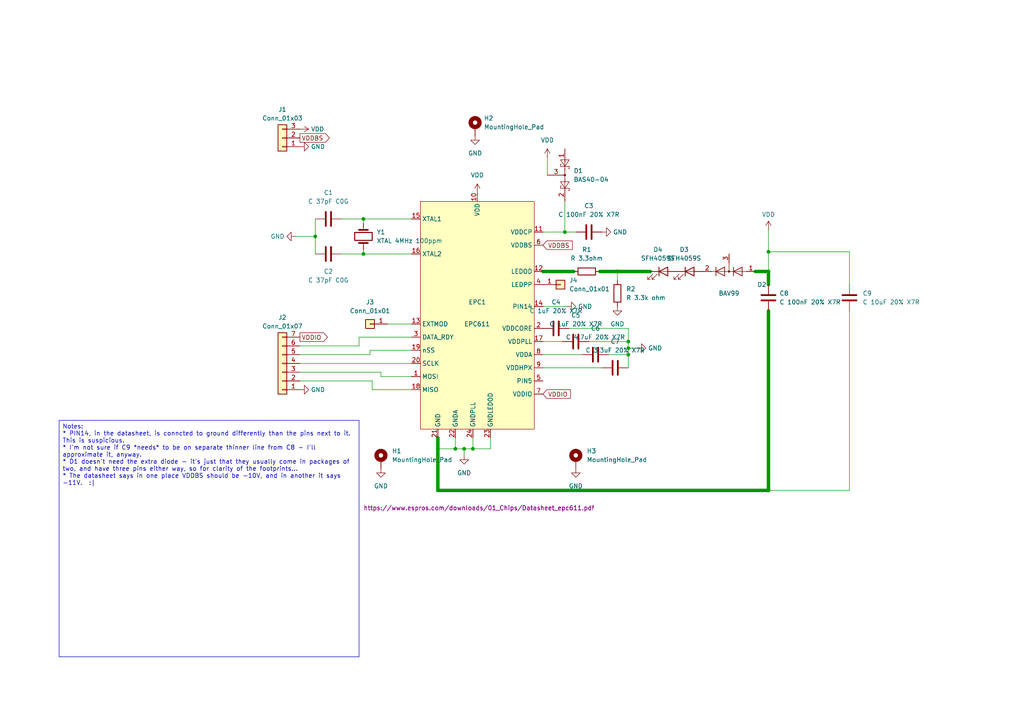
<source format=kicad_sch>
(kicad_sch (version 20230121) (generator eeschema)
  (paper "A4")
  (title_block (title "ECP611 Breakout (populated)") (date "2023-07-07") (comment 1 "Taken from example at https://www.espros.com/downloads/01_Chips/Datasheet_epc611.pdf"))
  (lib_symbols
    (symbol "Connector_Generic:Conn_01x01" (pin_names (offset 1.016) hide)
      (property "Reference" "J" (at 0 2.54 0))
      (property "Value" "Conn_01x01" (at 0 -2.54 0))
      (symbol "Conn_01x01_1_1"
        (rectangle (start -1.27 0.127) (end 0 -0.127) (stroke (width 0.1524)))
        (rectangle (start -1.27 1.27) (end 1.27 -1.27) (stroke (width 0.254)) (fill (type background)))
        (pin passive line (at -5.08 0 0) (length 3.81) (name "Pin_1") (number "1"))
      )
    )
    (symbol "Connector_Generic:Conn_01x03" (pin_names (offset 1.016) hide)
      (property "Reference" "J" (at 0 5.08 0))
      (property "Value" "Conn_01x03" (at 0 -5.08 0))
      (symbol "Conn_01x03_1_1"
        (rectangle (start -1.27 -2.413) (end 0 -2.667) (stroke (width 0.1524)))
        (rectangle (start -1.27 0.127) (end 0 -0.127) (stroke (width 0.1524)))
        (rectangle (start -1.27 2.667) (end 0 2.413) (stroke (width 0.1524)))
        (rectangle (start -1.27 3.81) (end 1.27 -3.81) (stroke (width 0.254)) (fill (type background)))
        (pin passive line (at -5.08 2.54 0) (length 3.81) (name "Pin_1") (number "1"))
        (pin passive line (at -5.08 0 0) (length 3.81) (name "Pin_2") (number "2"))
        (pin passive line (at -5.08 -2.54 0) (length 3.81) (name "Pin_3") (number "3"))
      )
    )
    (symbol "Connector_Generic:Conn_01x07" (pin_names (offset 1.016) hide)
      (property "Reference" "J" (at 0 10.16 0))
      (property "Value" "Conn_01x07" (at 0 -10.16 0))
      (symbol "Conn_01x07_1_1"
        (rectangle (start -1.27 -7.493) (end 0 -7.747) (stroke (width 0.1524)))
        (rectangle (start -1.27 -4.953) (end 0 -5.207) (stroke (width 0.1524)))
        (rectangle (start -1.27 -2.413) (end 0 -2.667) (stroke (width 0.1524)))
        (rectangle (start -1.27 0.127) (end 0 -0.127) (stroke (width 0.1524)))
        (rectangle (start -1.27 2.667) (end 0 2.413) (stroke (width 0.1524)))
        (rectangle (start -1.27 5.207) (end 0 4.953) (stroke (width 0.1524)))
        (rectangle (start -1.27 7.747) (end 0 7.493) (stroke (width 0.1524)))
        (rectangle (start -1.27 8.89) (end 1.27 -8.89) (stroke (width 0.254)) (fill (type background)))
        (pin passive line (at -5.08 7.62 0) (length 3.81) (name "Pin_1") (number "1"))
        (pin passive line (at -5.08 5.08 0) (length 3.81) (name "Pin_2") (number "2"))
        (pin passive line (at -5.08 2.54 0) (length 3.81) (name "Pin_3") (number "3"))
        (pin passive line (at -5.08 0 0) (length 3.81) (name "Pin_4") (number "4"))
        (pin passive line (at -5.08 -2.54 0) (length 3.81) (name "Pin_5") (number "5"))
        (pin passive line (at -5.08 -5.08 0) (length 3.81) (name "Pin_6") (number "6"))
        (pin passive line (at -5.08 -7.62 0) (length 3.81) (name "Pin_7") (number "7"))
      )
    )
    (symbol "Device:C" (pin_numbers hide) (pin_names (offset 0.254))
      (property "Reference" "C" (at 0.635 2.54 0))
      (property "Value" "C" (at 0.635 -2.54 0))
      (symbol "C_0_1"
        (polyline (pts (xy -2.032 -0.762) (xy 2.032 -0.762)) (stroke (width 0.508)))
        (polyline (pts (xy -2.032 0.762) (xy 2.032 0.762)) (stroke (width 0.508)))
      )
      (symbol "C_1_1"
        (pin passive line (at 0 3.81 270) (length 2.794) (name "~") (number "1"))
        (pin passive line (at 0 -3.81 90) (length 2.794) (name "~") (number "2"))
      )
    )
    (symbol "Device:Crystal" (pin_numbers hide) (pin_names (offset 1.016) hide)
      (property "Reference" "Y" (at 0 3.81 0))
      (property "Value" "Crystal" (at 0 -3.81 0))
      (symbol "Crystal_0_1"
        (rectangle (start -1.143 2.54) (end 1.143 -2.54) (stroke (width 0.3048)))
        (polyline (pts (xy -2.54 0) (xy -1.905 0)))
        (polyline (pts (xy -1.905 -1.27) (xy -1.905 1.27)) (stroke (width 0.508)))
        (polyline (pts (xy 1.905 -1.27) (xy 1.905 1.27)) (stroke (width 0.508)))
        (polyline (pts (xy 2.54 0) (xy 1.905 0)))
      )
      (symbol "Crystal_1_1"
        (pin passive line (at -3.81 0 0) (length 1.27) (name "1") (number "1"))
        (pin passive line (at 3.81 0 180) (length 1.27) (name "2") (number "2"))
      )
    )
    (symbol "Device:LED" (pin_numbers hide) (pin_names (offset 1.016) hide)
      (property "Reference" "D" (at 0 2.54 0))
      (property "Value" "LED" (at 0 -2.54 0))
      (symbol "LED_0_1"
        (polyline (pts (xy -1.27 -1.27) (xy -1.27 1.27)) (stroke (width 0.254)))
        (polyline (pts (xy -1.27 0) (xy 1.27 0)))
        (polyline (pts (xy 1.27 -1.27) (xy 1.27 1.27) (xy -1.27 0) (xy 1.27 -1.27)) (stroke (width 0.254)))
        (polyline (pts (xy -3.048 -0.762) (xy -4.572 -2.286) (xy -3.81 -2.286) (xy -4.572 -2.286) (xy -4.572 -1.524)))
        (polyline (pts (xy -1.778 -0.762) (xy -3.302 -2.286) (xy -2.54 -2.286) (xy -3.302 -2.286) (xy -3.302 -1.524)))
      )
      (symbol "LED_1_1"
        (pin passive line (at -3.81 0 0) (length 2.54) (name "K") (number "1"))
        (pin passive line (at 3.81 0 180) (length 2.54) (name "A") (number "2"))
      )
    )
    (symbol "Device:R" (pin_numbers hide) (pin_names (offset 0))
      (property "Reference" "R" (at 2.032 0 90))
      (property "Value" "R" (at 0 0 90))
      (symbol "R_0_1"
        (rectangle (start -1.016 -2.54) (end 1.016 2.54) (stroke (width 0.254)))
      )
      (symbol "R_1_1"
        (pin passive line (at 0 3.81 270) (length 1.27) (name "~") (number "1"))
        (pin passive line (at 0 -3.81 90) (length 1.27) (name "~") (number "2"))
      )
    )
    (symbol "Diode:BAS40-04" (pin_names (offset 1.016))
      (property "Reference" "D" (at 0.635 -1.27 0))
      (property "Value" "BAS40-04" (at -6.35 5.715 0))
      (symbol "BAS40-04_0_1"
        (polyline (pts (xy -3.81 2.54) (xy -1.27 2.54)))
        (polyline (pts (xy -3.175 1.27) (xy -3.175 1.524)))
        (polyline (pts (xy -2.54 1.27) (xy -3.175 1.27)))
        (polyline (pts (xy -2.54 1.27) (xy -2.54 3.81)))
        (polyline (pts (xy -2.54 3.81) (xy -1.905 3.81)))
        (polyline (pts (xy -1.905 2.54) (xy 1.905 2.54)))
        (polyline (pts (xy -1.905 3.81) (xy -1.905 3.556)))
        (polyline (pts (xy 1.27 2.54) (xy 3.81 2.54)))
        (polyline (pts (xy 3.175 1.27) (xy 3.175 1.524)))
        (polyline (pts (xy 3.81 1.27) (xy 3.175 1.27)))
        (polyline (pts (xy 3.81 1.27) (xy 3.81 3.81)))
        (polyline (pts (xy 3.81 3.81) (xy 4.445 3.81)))
        (polyline (pts (xy 4.445 3.81) (xy 4.445 3.556)))
        (polyline (pts (xy -4.445 3.81) (xy -4.445 1.27) (xy -2.54 2.54) (xy -4.445 3.81)))
        (polyline (pts (xy 1.905 3.81) (xy 1.905 1.27) (xy 3.81 2.54) (xy 1.905 3.81)))
        (circle (center 0 2.54) (radius 0.254) (fill (type outline)))
      )
      (symbol "BAS40-04_1_1"
        (pin passive line (at -7.62 2.54 0) (length 3.81) (name "~") (number "1"))
        (pin passive line (at 7.62 2.54 180) (length 3.81) (name "~") (number "2"))
        (pin passive line (at 0 -2.54 90) (length 5.08) (name "~") (number "3"))
      )
    )
    (symbol "Diode:BAV99" (pin_names hide)
      (property "Reference" "D" (at 0 5.08 0))
      (property "Value" "BAV99" (at 0 2.54 0))
      (symbol "BAV99_0_1"
        (polyline (pts (xy -5.08 0) (xy 5.08 0)))
      )
      (symbol "BAV99_1_1"
        (polyline (pts (xy 0 0) (xy 0 -2.54)))
        (polyline (pts (xy -1.27 -1.27) (xy -1.27 1.27) (xy -1.27 1.27)) (stroke (width 0.2032)))
        (polyline (pts (xy 3.81 1.27) (xy 3.81 -1.27) (xy 3.81 -1.27)) (stroke (width 0.2032)))
        (polyline (pts (xy -3.81 1.27) (xy -1.27 0) (xy -3.81 -1.27) (xy -3.81 1.27) (xy -3.81 1.27) (xy -3.81 1.27)) (stroke (width 0.2032)))
        (polyline (pts (xy 1.27 1.27) (xy 3.81 0) (xy 1.27 -1.27) (xy 1.27 1.27) (xy 1.27 1.27) (xy 1.27 1.27)) (stroke (width 0.2032)))
        (circle (center 0 0) (radius 0.254) (fill (type outline)))
        (pin passive line (at -7.62 0 0) (length 2.54) (name "K") (number "1"))
        (pin passive line (at 7.62 0 180) (length 2.54) (name "A") (number "2"))
        (pin passive line (at 0 -5.08 90) (length 2.54) (name "K") (number "3"))
      )
    )
    (symbol "LED_1" (pin_numbers hide) (pin_names (offset 1.016) hide)
      (property "Reference" "D" (at 0 2.54 0))
      (property "Value" "LED" (at 0 -2.54 0))
      (symbol "LED_1_0_1"
        (polyline (pts (xy -1.27 -1.27) (xy -1.27 1.27)) (stroke (width 0.254)))
        (polyline (pts (xy -1.27 0) (xy 1.27 0)))
        (polyline (pts (xy 1.27 -1.27) (xy 1.27 1.27) (xy -1.27 0) (xy 1.27 -1.27)) (stroke (width 0.254)))
        (polyline (pts (xy -3.048 -0.762) (xy -4.572 -2.286) (xy -3.81 -2.286) (xy -4.572 -2.286) (xy -4.572 -1.524)))
        (polyline (pts (xy -1.778 -0.762) (xy -3.302 -2.286) (xy -2.54 -2.286) (xy -3.302 -2.286) (xy -3.302 -1.524)))
      )
      (symbol "LED_1_1_1"
        (pin passive line (at -3.81 0 0) (length 2.54) (name "K") (number "1"))
        (pin passive line (at 3.81 0 180) (length 2.54) (name "A") (number "2"))
      )
    )
    (symbol "Mechanical:MountingHole_Pad" (pin_numbers hide) (pin_names (offset 1.016) hide)
      (property "Reference" "H" (at 0 6.35 0))
      (property "Value" "MountingHole_Pad" (at 0 4.445 0))
      (symbol "MountingHole_Pad_0_1"
        (circle (center 0 1.27) (radius 1.27) (stroke (width 1.27)))
      )
      (symbol "MountingHole_Pad_1_1"
        (pin input line (at 0 -2.54 90) (length 2.54) (name "1") (number "1"))
      )
    )
    (symbol "epc611:epc611"
      (property "Reference" "EPC" (at 0 1.27 0))
      (property "Value" "EPC611" (at 0 -2.54 0))
      (property "Datasheet" "https://www.espros.com/downloads/01_Chips/Datasheet_epc611.pdf" (at 0 -49.53 0))
      (symbol "epc611_1_1"
        (rectangle (start -16.51 33.02) (end 16.51 -33.02) (fill (type background)))
        (pin input line (at -19.05 -17.78 0) (length 2.54) (name "MOSI") (number "1"))
        (pin power_in line (at 0 35.56 270) (length 2.54) (name "VDD") (number "10"))
        (pin power_out line (at 19.05 24.13 180) (length 2.54) (name "VDDCP") (number "11"))
        (pin power_out line (at 19.05 12.7 180) (length 2.54) (name "LEDOD") (number "12"))
        (pin input line (at -19.05 -2.54 0) (length 2.54) (name "EXTMOD") (number "13"))
        (pin unspecified line (at 19.05 2.54 180) (length 2.54) (name "PIN14") (number "14"))
        (pin input line (at -19.05 27.94 0) (length 2.54) (name "XTAL1") (number "15"))
        (pin output line (at -19.05 17.78 0) (length 2.54) (name "XTAL2") (number "16"))
        (pin power_out line (at 19.05 -7.62 180) (length 2.54) (name "VDDPLL") (number "17"))
        (pin output line (at -19.05 -21.59 0) (length 2.54) (name "MISO") (number "18"))
        (pin input line (at -19.05 -10.16 0) (length 2.54) (name "nSS") (number "19"))
        (pin power_out line (at 19.05 -3.81 180) (length 2.54) (name "VDDCORE") (number "2"))
        (pin input line (at -19.05 -13.97 0) (length 2.54) (name "SCLK") (number "20"))
        (pin power_in line (at -11.43 -35.56 90) (length 2.54) (name "GND") (number "21"))
        (pin power_in line (at -6.35 -35.56 90) (length 2.54) (name "GNDA") (number "22"))
        (pin power_in line (at 3.81 -35.56 90) (length 2.54) (name "GNDLEDOD") (number "23"))
        (pin power_in line (at -1.27 -35.56 90) (length 2.54) (name "GNDPLL") (number "24"))
        (pin output line (at -19.05 -6.35 0) (length 2.54) (name "DATA_RDY") (number "3"))
        (pin output line (at 19.05 8.89 180) (length 2.54) (name "LEDPP") (number "4"))
        (pin unspecified line (at 19.05 -19.05 180) (length 2.54) (name "PIN5") (number "5"))
        (pin power_in line (at 19.05 20.32 180) (length 2.54) (name "VDDBS") (number "6"))
        (pin power_in line (at 19.05 -22.86 180) (length 2.54) (name "VDDIO") (number "7"))
        (pin power_out line (at 19.05 -11.43 180) (length 2.54) (name "VDDA") (number "8"))
        (pin power_out line (at 19.05 -15.24 180) (length 2.54) (name "VDDHPX") (number "9"))
      )
    )
    (symbol "power:GND" (power) (pin_names (offset 0))
      (property "Value" "GND" (at 0 -3.81 0))
      (symbol "GND_0_1"
        (polyline (pts (xy 0 0) (xy 0 -1.27) (xy 1.27 -1.27) (xy 0 -2.54) (xy -1.27 -1.27) (xy 0 -1.27)))
      )
      (symbol "GND_1_1"
        (pin power_in line (at 0 0 270) (length 0) hide (name "GND") (number "1"))
      )
    )
    (symbol "power:VDD" (power) (pin_names (offset 0))
      (property "Value" "VDD" (at 0 3.81 0))
      (symbol "VDD_0_1"
        (polyline (pts (xy -0.762 1.27) (xy 0 2.54)))
        (polyline (pts (xy 0 0) (xy 0 2.54)))
        (polyline (pts (xy 0 2.54) (xy 0.762 1.27)))
      )
      (symbol "VDD_1_1"
        (pin power_in line (at 0 0 90) (length 0) hide (name "VDD") (number "1"))
      )
    )
  )
  (junction (at 163.83 67.31))
  (junction (at 222.885 78.74))
  (junction (at 179.07 78.74))
  (junction (at 127 130.175))
  (junction (at 105.41 73.66))
  (junction (at 222.885 142.24))
  (junction (at 182.245 100.965))
  (junction (at 134.62 130.175))
  (junction (at 182.245 99.06))
  (junction (at 182.245 102.87))
  (junction (at 137.16 130.175))
  (junction (at 132.08 130.175))
  (junction (at 105.41 63.5))
  (junction (at 222.885 73.025))
  (junction (at 91.44 68.58))
  (wire (pts (xy 105.41 73.66) (xy 119.38 73.66)))
  (wire (pts (xy 222.885 142.24) (xy 127 142.24)) (stroke (width 1)))
  (wire (pts (xy 182.245 95.25) (xy 165.1 95.25)))
  (wire (pts (xy 182.245 106.68) (xy 182.245 102.87)))
  (wire (pts (xy 222.885 73.025) (xy 222.885 78.74)))
  (wire (pts (xy 86.995 110.49) (xy 107.95 110.49)))
  (wire (pts (xy 182.245 99.06) (xy 182.245 95.25)))
  (wire (pts (xy 132.08 127) (xy 132.08 130.175)))
  (wire (pts (xy 127 130.175) (xy 132.08 130.175)))
  (wire (pts (xy 110.49 107.95) (xy 110.49 109.22)))
  (wire (pts (xy 157.48 106.68) (xy 174.625 106.68)))
  (wire (pts (xy 107.95 113.03) (xy 119.38 113.03)))
  (wire (pts (xy 157.48 78.74) (xy 166.37 78.74)) (stroke (width 1)))
  (wire (pts (xy 105.41 63.5) (xy 105.41 64.77)))
  (wire (pts (xy 86.995 100.33) (xy 104.14 100.33)))
  (wire (pts (xy 86.995 105.41) (xy 119.38 105.41)))
  (wire (pts (xy 142.24 130.175) (xy 142.24 127)))
  (wire (pts (xy 107.315 101.6) (xy 119.38 101.6)))
  (wire (pts (xy 86.995 102.87) (xy 107.315 102.87)))
  (wire (pts (xy 134.62 130.175) (xy 134.62 132.08)))
  (wire (pts (xy 99.06 73.66) (xy 105.41 73.66)))
  (wire (pts (xy 157.48 67.31) (xy 163.83 67.31)))
  (wire (pts (xy 222.885 90.17) (xy 222.885 142.24)) (stroke (width 1)))
  (wire (pts (xy 163.83 58.42) (xy 163.83 67.31)))
  (wire (pts (xy 91.44 68.58) (xy 91.44 73.66)))
  (wire (pts (xy 107.315 102.87) (xy 107.315 101.6)))
  (wire (pts (xy 127 127) (xy 127 130.175)) (stroke (width 1)))
  (wire (pts (xy 105.41 63.5) (xy 119.38 63.5)))
  (wire (pts (xy 104.14 97.79) (xy 119.38 97.79)))
  (wire (pts (xy 107.95 110.49) (xy 107.95 113.03)))
  (wire (pts (xy 173.99 78.74) (xy 179.07 78.74)) (stroke (width 1)))
  (wire (pts (xy 219.075 78.74) (xy 222.885 78.74)) (stroke (width 1)))
  (wire (pts (xy 246.38 142.24) (xy 222.885 142.24)))
  (wire (pts (xy 246.38 90.17) (xy 246.38 142.24)))
  (wire (pts (xy 170.815 99.06) (xy 182.245 99.06)))
  (wire (pts (xy 246.38 73.025) (xy 246.38 82.55)))
  (wire (pts (xy 110.49 109.22) (xy 119.38 109.22)))
  (wire (pts (xy 137.16 127) (xy 137.16 130.175)))
  (wire (pts (xy 157.48 88.9) (xy 164.465 88.9)))
  (wire (pts (xy 222.885 73.025) (xy 246.38 73.025)))
  (wire (pts (xy 85.725 68.58) (xy 91.44 68.58)))
  (wire (pts (xy 134.62 130.175) (xy 137.16 130.175)))
  (wire (pts (xy 91.44 63.5) (xy 91.44 68.58)))
  (wire (pts (xy 222.885 78.74) (xy 222.885 82.55)) (stroke (width 1)))
  (wire (pts (xy 182.245 100.965) (xy 182.245 99.06)))
  (wire (pts (xy 167.005 67.31) (xy 163.83 67.31)))
  (wire (pts (xy 99.06 63.5) (xy 105.41 63.5)))
  (wire (pts (xy 182.245 102.87) (xy 182.245 100.965)))
  (wire (pts (xy 158.75 50.8) (xy 158.75 45.72)))
  (wire (pts (xy 157.48 99.06) (xy 163.195 99.06)))
  (wire (pts (xy 132.08 130.175) (xy 134.62 130.175)))
  (wire (pts (xy 105.41 72.39) (xy 105.41 73.66)))
  (wire (pts (xy 112.395 93.98) (xy 119.38 93.98)))
  (wire (pts (xy 86.995 107.95) (xy 110.49 107.95)))
  (wire (pts (xy 127 142.24) (xy 127 130.175)) (stroke (width 1)))
  (wire (pts (xy 179.07 78.74) (xy 188.595 78.74)) (stroke (width 1)))
  (wire (pts (xy 137.16 130.175) (xy 142.24 130.175)))
  (wire (pts (xy 157.48 102.87) (xy 168.91 102.87)))
  (wire (pts (xy 176.53 102.87) (xy 182.245 102.87)))
  (wire (pts (xy 179.07 78.74) (xy 179.07 81.28)))
  (wire (pts (xy 182.245 100.965) (xy 184.785 100.965)))
  (wire (pts (xy 222.885 66.675) (xy 222.885 73.025)))
  (wire (pts (xy 104.14 100.33) (xy 104.14 97.79)))
  (text_box "Notes:\n* PIN14, in the datasheet, is conncted to ground differently than the pins next to it.  This is suspicious.\n* I'm not sure if C9 *needs* to be on separate thinner line from C8 - I'll approximate it, anyway.\n* D1 doesn't need the extra diode - it's just that they usually come in packages of two, and have three pins either way, so for clarity of the footprints...\n* The datasheet says in one place VDDBS should be -10V, and in another it says -11V.  :|" (at 17.145 121.92 0) (size 86.995 68.58) (effects (font (size 1.27 1.27)) (justify left top)))
  (global_label "VDDIO" (shape input) (at 157.48 114.3 0) (property "Intersheetrefs" "${INTERSHEET_REFS}" (effects hide)))
  (global_label "VDDBS" (shape output) (at 86.995 40.005 0) (property "Intersheetrefs" "${INTERSHEET_REFS}" (effects hide)))
  (global_label "VDDBS" (shape input) (at 157.48 71.12 0) (property "Intersheetrefs" "${INTERSHEET_REFS}" (effects hide)))
  (global_label "VDDIO" (shape output) (at 86.995 97.79 0) (property "Intersheetrefs" "${INTERSHEET_REFS}" (effects hide)))
  (symbol (lib_name "LED_1") (lib_id "Device:LED") (at 200.025 78.74 0) (unit 1)
    (property "Reference" "D3" (at 198.4375 72.39 0))
    (property "Value" "SFH4059S" (at 198.4375 74.93 0))
    (property "Footprint" "LED_SMD:LED_1206_3216Metric" (effects hide))
    (property "Datasheet" "https://web.archive.org/web/20190302195426/https://dammedia.osram.info/media/resource/hires/osram-dam-2496016/SFH%204059S.pdf" (effects hide))
  )
  (symbol (lib_id "power:GND") (at 110.49 135.89 0) (unit 1)
    (property "Reference" "#PWR014" (effects hide))
    (property "Value" "GND" (at 110.49 140.97 0))
  )
  (symbol (lib_id "Device:R") (at 179.07 85.09 0) (unit 1)
    (property "Reference" "R2" (at 181.61 83.82 0) (effects (justify left)))
    (property "Value" "R 3.3k ohm" (at 181.61 86.36 0) (effects (justify left)))
    (property "Footprint" "Resistor_SMD:R_0603_1608Metric" (effects hide))
    (property "MFR" "0603WAF3301T5E" (effects hide))
    (property "LCSC" "C22978" (effects hide))
  )
  (symbol (lib_id "Connector_Generic:Conn_01x01") (at 107.315 93.98 180) (unit 1)
    (property "Reference" "J3" (at 107.315 87.63 0))
    (property "Value" "Conn_01x01" (at 107.315 90.17 0))
    (property "Footprint" "Connector_PinHeader_2.54mm:PinHeader_1x01_P2.54mm_Vertical" (effects hide))
    (property "MFR" "C81276" (effects hide))
    (property "LCSC" "C81276" (effects hide))
  )
  (symbol (lib_id "Diode:BAS40-04") (at 161.29 50.8 270) (unit 1)
    (property "Reference" "D1" (at 166.37 49.53 90) (effects (justify left)))
    (property "Value" "BAS40-04" (at 166.37 52.07 90) (effects (justify left)))
    (property "Footprint" "Package_TO_SOT_SMD:SOT-23" (effects hide))
    (property "MFR" "BAS40-04" (effects hide))
    (property "LCSC" "C5184421" (effects hide))
  )
  (symbol (lib_id "Device:LED") (at 192.405 78.74 0) (unit 1)
    (property "Reference" "D4" (at 190.8175 72.39 0))
    (property "Value" "SFH4059S" (at 190.8175 74.93 0))
    (property "Footprint" "LED_SMD:LED_1206_3216Metric" (effects hide))
    (property "Datasheet" "https://web.archive.org/web/20190302195426/https://dammedia.osram.info/media/resource/hires/osram-dam-2496016/SFH%204059S.pdf" (effects hide))
  )
  (symbol (lib_id "power:GND") (at 167.005 135.89 0) (unit 1)
    (property "Reference" "#PWR013" (effects hide))
    (property "Value" "GND" (at 167.005 140.97 0))
  )
  (symbol (lib_id "Device:C") (at 178.435 106.68 90) (unit 1)
    (property "Reference" "C7" (at 178.435 99.06 90))
    (property "Value" "C 3.3uF 20% X7R" (at 178.435 101.6 90))
    (property "Footprint" "Capacitor_SMD:C_0805_2012Metric" (effects hide))
    (property "MFR" "C2012X7R1V335KT000E" (effects hide))
    (property "LCSC" "C361184" (effects hide))
  )
  (symbol (lib_id "power:GND") (at 134.62 132.08 0) (unit 1)
    (property "Reference" "#PWR02" (effects hide))
    (property "Value" "GND" (at 134.62 137.16 0))
  )
  (symbol (lib_id "Device:C") (at 222.885 86.36 0) (unit 1)
    (property "Reference" "C8" (at 226.06 85.09 0) (effects (justify left)))
    (property "Value" "C 100nF 20% X7R" (at 226.06 87.63 0) (effects (justify left)))
    (property "Footprint" "Capacitor_SMD:C_0805_2012Metric" (effects hide))
    (property "MFR" "TCC0805X7R104M500DT" (effects hide))
    (property "LCSC" "C360619" (effects hide))
  )
  (symbol (lib_id "Device:C") (at 246.38 86.36 0) (unit 1)
    (property "Reference" "C9" (at 250.19 85.09 0) (effects (justify left)))
    (property "Value" "C 10uF 20% X7R" (at 250.19 87.63 0) (effects (justify left)))
    (property "Footprint" "Capacitor_SMD:C_1206_3216Metric" (effects hide))
    (property "MFR" "1206B106K500NT" (effects hide))
    (property "LCSC" "C303950" (effects hide))
  )
  (symbol (lib_id "Device:Crystal") (at 105.41 68.58 90) (unit 1)
    (property "Reference" "Y1" (at 109.22 67.31 90) (effects (justify right)))
    (property "Value" "XTAL 4MHz 100ppm" (at 109.22 69.85 90) (effects (justify right)))
    (property "Footprint" "Crystal:Crystal_SMD_HC49-SD" (effects hide))
    (property "MFR" "X49SM4MSD2SC" (effects hide))
    (property "LCSC" "C13774" (effects hide))
  )
  (symbol (lib_id "Connector_Generic:Conn_01x01") (at 162.56 82.55 0) (unit 1)
    (property "Reference" "J4" (at 165.1 81.28 0) (effects (justify left)))
    (property "Value" "Conn_01x01" (at 165.1 83.82 0) (effects (justify left)))
    (property "Footprint" "Connector_PinHeader_2.54mm:PinHeader_1x01_P2.54mm_Vertical" (effects hide))
    (property "MFR" "C81276" (effects hide))
    (property "LCSC" "C81276" (effects hide))
  )
  (symbol (lib_id "Diode:BAV99") (at 211.455 78.74 180) (unit 1)
    (property "Reference" "D2" (at 220.98 82.55 0))
    (property "Value" "BAV99" (at 211.455 85.09 0))
    (property "Footprint" "Package_TO_SOT_SMD:SOT-23" (effects hide))
    (property "MFR" "BAV99" (effects hide))
    (property "LCSC" "C68983" (effects hide))
  )
  (symbol (lib_id "Device:C") (at 95.25 63.5 90) (unit 1)
    (property "Reference" "C1" (at 95.25 55.88 90))
    (property "Value" "C 37pF C0G" (at 95.25 58.42 90))
    (property "Footprint" "Capacitor_SMD:C_0402_1005Metric" (effects hide))
    (property "MFR" "GJM1555C1H360FB01D" (effects hide))
    (property "LCSC" "C415391" (effects hide))
    (property "Note" "Swapped for 36pF, I'm guessing the parasitic capacitance anyway" (effects hide))
  )
  (symbol (lib_id "power:GND") (at 164.465 88.9 90) (unit 1)
    (property "Reference" "#PWR010" (effects hide))
    (property "Value" "GND" (at 167.64 88.9 90) (effects (justify right)))
  )
  (symbol (lib_id "power:GND") (at 137.795 39.37 0) (unit 1)
    (property "Reference" "#PWR017" (effects hide))
    (property "Value" "GND" (at 137.795 44.45 0))
  )
  (symbol (lib_id "power:GND") (at 179.07 88.9 0) (unit 1)
    (property "Reference" "#PWR011" (effects hide))
    (property "Value" "GND" (at 179.07 93.98 0))
  )
  (symbol (lib_id "Mechanical:MountingHole_Pad") (at 110.49 133.35 0) (unit 1)
    (property "Reference" "H1" (at 113.665 130.81 0) (effects (justify left)))
    (property "Value" "MountingHole_Pad" (at 113.665 133.35 0) (effects (justify left)))
    (property "Footprint" "MountingHole:MountingHole_2.5mm_Pad" (effects hide))
  )
  (symbol (lib_id "power:GND") (at 86.995 113.03 90) (unit 1)
    (property "Reference" "#PWR04" (effects hide))
    (property "Value" "GND" (at 90.17 113.03 90) (effects (justify right)))
  )
  (symbol (lib_id "power:VDD") (at 86.995 37.465 270) (unit 1)
    (property "Reference" "#PWR05" (effects hide))
    (property "Value" "VDD" (at 90.17 37.465 90) (effects (justify left)))
  )
  (symbol (lib_id "Mechanical:MountingHole_Pad") (at 167.005 133.35 0) (unit 1)
    (property "Reference" "H3" (at 170.18 130.81 0) (effects (justify left)))
    (property "Value" "MountingHole_Pad" (at 170.18 133.35 0) (effects (justify left)))
    (property "Footprint" "MountingHole:MountingHole_2.5mm_Pad" (effects hide))
  )
  (symbol (lib_id "power:GND") (at 184.785 100.965 90) (unit 1)
    (property "Reference" "#PWR09" (effects hide))
    (property "Value" "GND" (at 187.96 100.965 90) (effects (justify right)))
  )
  (symbol (lib_id "Device:C") (at 161.29 95.25 90) (unit 1)
    (property "Reference" "C4" (at 161.29 87.63 90))
    (property "Value" "C 1uF 20% X7R" (at 161.29 90.17 90))
    (property "Footprint" "Capacitor_SMD:C_0805_2012Metric" (effects hide))
    (property "MFR" "TCC0805X7R105M500FT" (effects hide))
    (property "LCSC" "C376929" (effects hide))
  )
  (symbol (lib_id "Device:C") (at 170.815 67.31 90) (unit 1)
    (property "Reference" "C3" (at 170.815 59.69 90))
    (property "Value" "C 100nF 20% X7R" (at 170.815 62.23 90))
    (property "Footprint" "Capacitor_SMD:C_0805_2012Metric" (effects hide))
    (property "MFR" "TCC0805X7R104M500DT" (effects hide))
    (property "LCSC" "C360619" (effects hide))
  )
  (symbol (lib_id "power:VDD") (at 222.885 66.675 0) (unit 1)
    (property "Reference" "#PWR012" (effects hide))
    (property "Value" "VDD" (at 222.885 62.23 0))
  )
  (symbol (lib_id "Device:C") (at 172.72 102.87 90) (unit 1)
    (property "Reference" "C6" (at 172.72 95.25 90))
    (property "Value" "C 4.7uF 20% X7R" (at 172.72 97.79 90))
    (property "Footprint" "Capacitor_SMD:C_0805_2012Metric" (effects hide))
    (property "MFR" "TMK212AB7475MG-T" (effects hide))
    (property "LCSC" "C337439" (effects hide))
  )
  (symbol (lib_id "power:GND") (at 86.995 42.545 90) (unit 1)
    (property "Reference" "#PWR06" (effects hide))
    (property "Value" "GND" (at 90.17 42.545 90) (effects (justify right)))
  )
  (symbol (lib_id "Device:R") (at 170.18 78.74 90) (unit 1)
    (property "Reference" "R1" (at 170.18 72.39 90))
    (property "Value" "R 3.3ohm" (at 170.18 74.93 90))
    (property "Footprint" "Resistor_SMD:R_1206_3216Metric" (effects hide))
    (property "MFR" "FRC1206F3R30TS" (effects hide))
    (property "LCSC" "C2930397" (effects hide))
  )
  (symbol (lib_id "Mechanical:MountingHole_Pad") (at 137.795 36.83 0) (unit 1)
    (property "Reference" "H2" (at 140.335 34.29 0) (effects (justify left)))
    (property "Value" "MountingHole_Pad" (at 140.335 36.83 0) (effects (justify left)))
    (property "Footprint" "MountingHole:MountingHole_2.5mm_Pad" (effects hide))
  )
  (symbol (lib_id "epc611:epc611") (at 138.43 91.44 0) (unit 1)
    (property "Reference" "EPC1" (at 135.89 87.63 0) (effects (justify left)))
    (property "Value" "EPC611" (at 134.62 93.98 0) (effects (justify left)))
    (property "Footprint" "epc611:EPC611_CSP-24" (effects hide))
    (property "Datasheet" "https://www.espros.com/downloads/01_Chips/Datasheet_epc611.pdf" (at 105.41 147.32 0) (effects (justify left)))
  )
  (symbol (lib_id "Device:C") (at 167.005 99.06 90) (unit 1)
    (property "Reference" "C5" (at 167.005 91.44 90))
    (property "Value" "C 1uF 20% X7R" (at 167.005 93.98 90))
    (property "Footprint" "Capacitor_SMD:C_0805_2012Metric" (effects hide))
    (property "MFR" "TCC0805X7R105M500FT" (effects hide))
    (property "LCSC" "C376929" (effects hide))
  )
  (symbol (lib_id "Device:C") (at 95.25 73.66 270) (unit 1)
    (property "Reference" "C2" (at 95.25 78.74 90))
    (property "Value" "C 37pF C0G" (at 95.25 81.28 90))
    (property "Footprint" "Capacitor_SMD:C_0402_1005Metric" (effects hide))
    (property "MFR" "GJM1555C1H360FB01D" (effects hide))
    (property "LCSC" "C415391" (effects hide))
    (property "Note" "Swapped for 36pF, I'm guessing the parasitic capacitance anyway" (effects hide))
  )
  (symbol (lib_id "power:GND") (at 85.725 68.58 270) (unit 1)
    (property "Reference" "#PWR01" (effects hide))
    (property "Value" "GND" (at 82.55 68.58 90) (effects (justify right)))
  )
  (symbol (lib_id "power:GND") (at 174.625 67.31 90) (unit 1)
    (property "Reference" "#PWR08" (effects hide))
    (property "Value" "GND" (at 177.8 67.31 90) (effects (justify right)))
  )
  (symbol (lib_id "power:VDD") (at 138.43 55.88 0) (unit 1)
    (property "Reference" "#PWR03" (effects hide))
    (property "Value" "VDD" (at 138.43 50.8 0))
  )
  (symbol (lib_id "Connector_Generic:Conn_01x03") (at 81.915 40.005 180) (unit 1)
    (property "Reference" "J1" (at 81.915 31.75 0))
    (property "Value" "Conn_01x03" (at 81.915 34.29 0))
    (property "Footprint" "Connector_PinHeader_2.54mm:PinHeader_1x03_P2.54mm_Vertical" (effects hide))
    (property "MFR" "C49257" (effects hide))
    (property "LCSC" "C49257" (effects hide))
  )
  (symbol (lib_id "power:VDD") (at 158.75 45.72 0) (unit 1)
    (property "Reference" "#PWR07" (effects hide))
    (property "Value" "VDD" (at 158.75 40.64 0))
  )
  (symbol (lib_id "Connector_Generic:Conn_01x07") (at 81.915 105.41 180) (unit 1)
    (property "Reference" "J2" (at 81.915 92.075 0))
    (property "Value" "Conn_01x07" (at 81.915 94.615 0))
    (property "Footprint" "Connector_PinHeader_2.54mm:PinHeader_1x07_P2.54mm_Vertical" (effects hide))
    (property "MFR" "PZ254-1-07-Z-8.5" (effects hide))
    (property "LCSC" "C2894930" (effects hide))
  )
)
</source>
